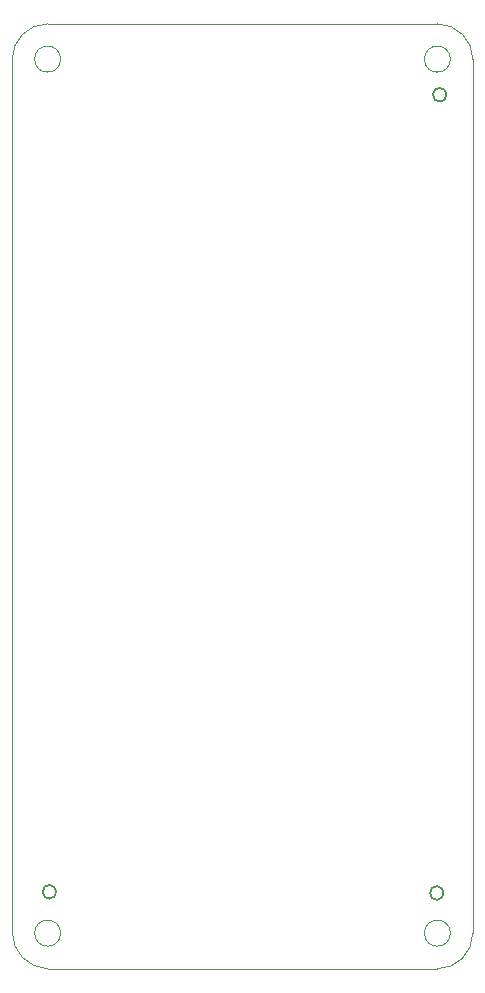
<source format=gbr>
%TF.GenerationSoftware,KiCad,Pcbnew,7.0.2-0*%
%TF.CreationDate,2023-10-14T20:17:31-05:00*%
%TF.ProjectId,Flight Computer,466c6967-6874-4204-936f-6d7075746572,1.1*%
%TF.SameCoordinates,Original*%
%TF.FileFunction,Profile,NP*%
%FSLAX46Y46*%
G04 Gerber Fmt 4.6, Leading zero omitted, Abs format (unit mm)*
G04 Created by KiCad (PCBNEW 7.0.2-0) date 2023-10-14 20:17:31*
%MOMM*%
%LPD*%
G01*
G04 APERTURE LIST*
%TA.AperFunction,Profile*%
%ADD10C,0.100000*%
%TD*%
%TA.AperFunction,Profile*%
%ADD11C,0.150000*%
%TD*%
G04 APERTURE END LIST*
D10*
X136900000Y-140500000D02*
G75*
G03*
X136900000Y-140500000I-1100000J0D01*
G01*
X169900000Y-140500000D02*
G75*
G03*
X169900000Y-140500000I-1100000J0D01*
G01*
X136900000Y-66500000D02*
G75*
G03*
X136900000Y-66500000I-1100000J0D01*
G01*
X169900000Y-66500000D02*
G75*
G03*
X169900000Y-66500000I-1100000J0D01*
G01*
X171800000Y-66512500D02*
G75*
G03*
X168800000Y-63512500I-3000000J0D01*
G01*
X135800000Y-63512500D02*
G75*
G03*
X132800000Y-66512500I0J-3000000D01*
G01*
D11*
X169576000Y-69510000D02*
G75*
G03*
X169576000Y-69510000I-576000J0D01*
G01*
D10*
X168800000Y-63512500D02*
X135800000Y-63512500D01*
X168800000Y-143512500D02*
G75*
G03*
X171800000Y-140512500I0J3000000D01*
G01*
X132797645Y-140391180D02*
G75*
G03*
X135800000Y-143512499I3123655J-20D01*
G01*
D11*
X136526000Y-137000000D02*
G75*
G03*
X136526000Y-137000000I-576000J0D01*
G01*
X169326000Y-137100000D02*
G75*
G03*
X169326000Y-137100000I-576000J0D01*
G01*
D10*
X135800000Y-143512500D02*
X168800000Y-143512500D01*
X171800000Y-140512500D02*
X171800000Y-66512500D01*
X132800000Y-66512500D02*
X132800000Y-140391180D01*
M02*

</source>
